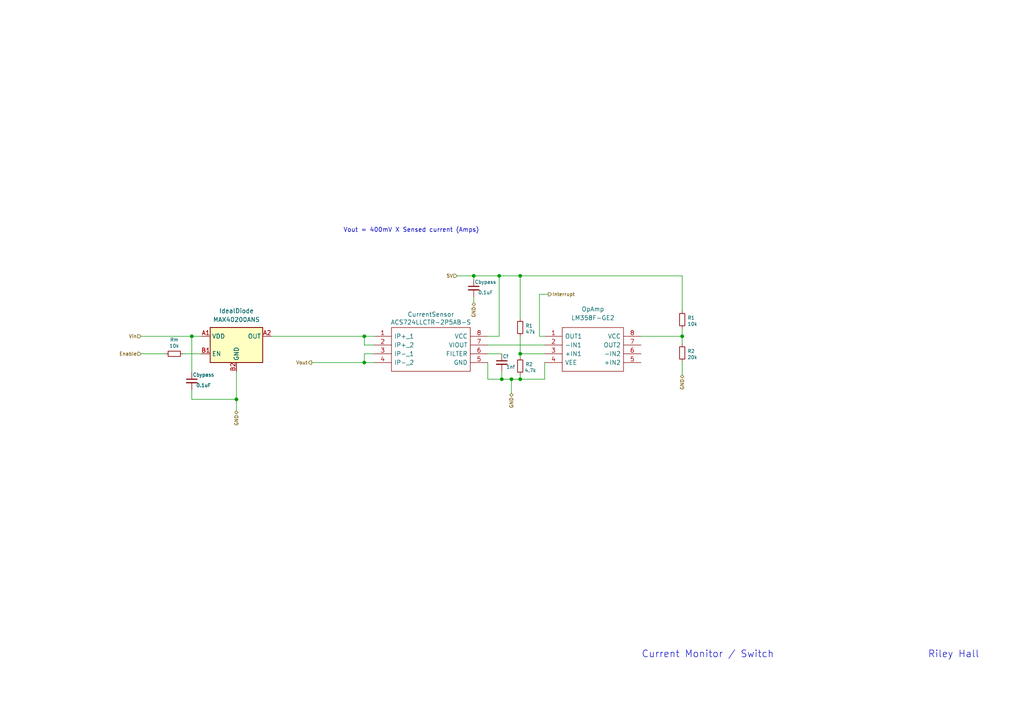
<source format=kicad_sch>
(kicad_sch (version 20211123) (generator eeschema)

  (uuid e7e7226a-fe3b-425c-bf5c-8905e0e3362f)

  (paper "A4")

  (lib_symbols
    (symbol "ACS712ELCTR-20A-T:ACS712ELCTR-05B-T" (pin_names (offset 0.762)) (in_bom yes) (on_board yes)
      (property "Reference" "IC" (id 0) (at 29.21 7.62 0)
        (effects (font (size 1.27 1.27)) (justify left))
      )
      (property "Value" "ACS712ELCTR-05B-T" (id 1) (at 29.21 5.08 0)
        (effects (font (size 1.27 1.27)) (justify left))
      )
      (property "Footprint" "SOIC127P600X175-8N" (id 2) (at 29.21 2.54 0)
        (effects (font (size 1.27 1.27)) (justify left) hide)
      )
      (property "Datasheet" "https://www.allegromicro.com/~/media/Files/Datasheets/ACS712-Datasheet.ashx" (id 3) (at 29.21 0 0)
        (effects (font (size 1.27 1.27)) (justify left) hide)
      )
      (property "Description" "SENSOR CURRENT HALL 5A AC/DC" (id 4) (at 29.21 -2.54 0)
        (effects (font (size 1.27 1.27)) (justify left) hide)
      )
      (property "Height" "1.75" (id 5) (at 29.21 -5.08 0)
        (effects (font (size 1.27 1.27)) (justify left) hide)
      )
      (property "Manufacturer_Name" "Sharp Microelectronics" (id 6) (at 29.21 -7.62 0)
        (effects (font (size 1.27 1.27)) (justify left) hide)
      )
      (property "Manufacturer_Part_Number" "ACS712ELCTR-05B-T" (id 7) (at 29.21 -10.16 0)
        (effects (font (size 1.27 1.27)) (justify left) hide)
      )
      (property "Mouser Part Number" "" (id 8) (at 29.21 -12.7 0)
        (effects (font (size 1.27 1.27)) (justify left) hide)
      )
      (property "Mouser Price/Stock" "" (id 9) (at 29.21 -15.24 0)
        (effects (font (size 1.27 1.27)) (justify left) hide)
      )
      (property "Arrow Part Number" "" (id 10) (at 29.21 -17.78 0)
        (effects (font (size 1.27 1.27)) (justify left) hide)
      )
      (property "Arrow Price/Stock" "" (id 11) (at 29.21 -20.32 0)
        (effects (font (size 1.27 1.27)) (justify left) hide)
      )
      (property "ki_description" "SENSOR CURRENT HALL 5A AC/DC" (id 12) (at 0 0 0)
        (effects (font (size 1.27 1.27)) hide)
      )
      (symbol "ACS712ELCTR-05B-T_0_0"
        (pin passive line (at 0 0 0) (length 5.08)
          (name "IP+_1" (effects (font (size 1.27 1.27))))
          (number "1" (effects (font (size 1.27 1.27))))
        )
        (pin passive line (at 0 -2.54 0) (length 5.08)
          (name "IP+_2" (effects (font (size 1.27 1.27))))
          (number "2" (effects (font (size 1.27 1.27))))
        )
        (pin passive line (at 0 -5.08 0) (length 5.08)
          (name "IP-_1" (effects (font (size 1.27 1.27))))
          (number "3" (effects (font (size 1.27 1.27))))
        )
        (pin passive line (at 0 -7.62 0) (length 5.08)
          (name "IP-_2" (effects (font (size 1.27 1.27))))
          (number "4" (effects (font (size 1.27 1.27))))
        )
        (pin passive line (at 33.02 -7.62 180) (length 5.08)
          (name "GND" (effects (font (size 1.27 1.27))))
          (number "5" (effects (font (size 1.27 1.27))))
        )
        (pin passive line (at 33.02 -5.08 180) (length 5.08)
          (name "FILTER" (effects (font (size 1.27 1.27))))
          (number "6" (effects (font (size 1.27 1.27))))
        )
        (pin passive line (at 33.02 -2.54 180) (length 5.08)
          (name "VIOUT" (effects (font (size 1.27 1.27))))
          (number "7" (effects (font (size 1.27 1.27))))
        )
        (pin passive line (at 33.02 0 180) (length 5.08)
          (name "VCC" (effects (font (size 1.27 1.27))))
          (number "8" (effects (font (size 1.27 1.27))))
        )
      )
      (symbol "ACS712ELCTR-05B-T_0_1"
        (polyline
          (pts
            (xy 5.08 2.54)
            (xy 27.94 2.54)
            (xy 27.94 -10.16)
            (xy 5.08 -10.16)
            (xy 5.08 2.54)
          )
          (stroke (width 0.1524) (type default) (color 0 0 0 0))
          (fill (type none))
        )
      )
    )
    (symbol "Analog_Switch:MAX40200ANS" (in_bom yes) (on_board yes)
      (property "Reference" "U" (id 0) (at -6.35 6.35 0)
        (effects (font (size 1.27 1.27)))
      )
      (property "Value" "MAX40200ANS" (id 1) (at 7.62 6.35 0)
        (effects (font (size 1.27 1.27)))
      )
      (property "Footprint" "Package_BGA:WLP-4_0.73x0.73mm_Layout2x2_P0.35mm_Ball0.22mm_Pad0.2mm_NSMD" (id 2) (at 0 10.16 0)
        (effects (font (size 1.27 1.27)) hide)
      )
      (property "Datasheet" "https://datasheets.maximintegrated.com/en/ds/MAX40200.pdf" (id 3) (at 0 10.16 0)
        (effects (font (size 1.27 1.27)) hide)
      )
      (property "ki_keywords" "current switch" (id 4) (at 0 0 0)
        (effects (font (size 1.27 1.27)) hide)
      )
      (property "ki_description" "Ideal Diode, Ultra-Low Voltage Drop, 1.5-5.5V, 1A, WLP-4" (id 5) (at 0 0 0)
        (effects (font (size 1.27 1.27)) hide)
      )
      (property "ki_fp_filters" "WLP*0.73x0.73mm*Layout2x2*P0.35mm*" (id 6) (at 0 0 0)
        (effects (font (size 1.27 1.27)) hide)
      )
      (symbol "MAX40200ANS_0_1"
        (rectangle (start -7.62 -5.08) (end 7.62 5.08)
          (stroke (width 0.254) (type default) (color 0 0 0 0))
          (fill (type background))
        )
      )
      (symbol "MAX40200ANS_1_1"
        (pin power_in line (at -10.16 2.54 0) (length 2.54)
          (name "VDD" (effects (font (size 1.27 1.27))))
          (number "A1" (effects (font (size 1.27 1.27))))
        )
        (pin passive line (at 10.16 2.54 180) (length 2.54)
          (name "OUT" (effects (font (size 1.27 1.27))))
          (number "A2" (effects (font (size 1.27 1.27))))
        )
        (pin input line (at -10.16 -2.54 0) (length 2.54)
          (name "EN" (effects (font (size 1.27 1.27))))
          (number "B1" (effects (font (size 1.27 1.27))))
        )
        (pin power_in line (at 0 -7.62 90) (length 2.54)
          (name "GND" (effects (font (size 1.27 1.27))))
          (number "B2" (effects (font (size 1.27 1.27))))
        )
      )
    )
    (symbol "Device:C_Small" (pin_numbers hide) (pin_names (offset 0.254) hide) (in_bom yes) (on_board yes)
      (property "Reference" "C" (id 0) (at 0.254 1.778 0)
        (effects (font (size 1.27 1.27)) (justify left))
      )
      (property "Value" "C_Small" (id 1) (at 0.254 -2.032 0)
        (effects (font (size 1.27 1.27)) (justify left))
      )
      (property "Footprint" "" (id 2) (at 0 0 0)
        (effects (font (size 1.27 1.27)) hide)
      )
      (property "Datasheet" "~" (id 3) (at 0 0 0)
        (effects (font (size 1.27 1.27)) hide)
      )
      (property "ki_keywords" "capacitor cap" (id 4) (at 0 0 0)
        (effects (font (size 1.27 1.27)) hide)
      )
      (property "ki_description" "Unpolarized capacitor, small symbol" (id 5) (at 0 0 0)
        (effects (font (size 1.27 1.27)) hide)
      )
      (property "ki_fp_filters" "C_*" (id 6) (at 0 0 0)
        (effects (font (size 1.27 1.27)) hide)
      )
      (symbol "C_Small_0_1"
        (polyline
          (pts
            (xy -1.524 -0.508)
            (xy 1.524 -0.508)
          )
          (stroke (width 0.3302) (type default) (color 0 0 0 0))
          (fill (type none))
        )
        (polyline
          (pts
            (xy -1.524 0.508)
            (xy 1.524 0.508)
          )
          (stroke (width 0.3048) (type default) (color 0 0 0 0))
          (fill (type none))
        )
      )
      (symbol "C_Small_1_1"
        (pin passive line (at 0 2.54 270) (length 2.032)
          (name "~" (effects (font (size 1.27 1.27))))
          (number "1" (effects (font (size 1.27 1.27))))
        )
        (pin passive line (at 0 -2.54 90) (length 2.032)
          (name "~" (effects (font (size 1.27 1.27))))
          (number "2" (effects (font (size 1.27 1.27))))
        )
      )
    )
    (symbol "Device:R_Small" (pin_numbers hide) (pin_names (offset 0.254) hide) (in_bom yes) (on_board yes)
      (property "Reference" "R" (id 0) (at 0.762 0.508 0)
        (effects (font (size 1.27 1.27)) (justify left))
      )
      (property "Value" "R_Small" (id 1) (at 0.762 -1.016 0)
        (effects (font (size 1.27 1.27)) (justify left))
      )
      (property "Footprint" "" (id 2) (at 0 0 0)
        (effects (font (size 1.27 1.27)) hide)
      )
      (property "Datasheet" "~" (id 3) (at 0 0 0)
        (effects (font (size 1.27 1.27)) hide)
      )
      (property "ki_keywords" "R resistor" (id 4) (at 0 0 0)
        (effects (font (size 1.27 1.27)) hide)
      )
      (property "ki_description" "Resistor, small symbol" (id 5) (at 0 0 0)
        (effects (font (size 1.27 1.27)) hide)
      )
      (property "ki_fp_filters" "R_*" (id 6) (at 0 0 0)
        (effects (font (size 1.27 1.27)) hide)
      )
      (symbol "R_Small_0_1"
        (rectangle (start -0.762 1.778) (end 0.762 -1.778)
          (stroke (width 0.2032) (type default) (color 0 0 0 0))
          (fill (type none))
        )
      )
      (symbol "R_Small_1_1"
        (pin passive line (at 0 2.54 270) (length 0.762)
          (name "~" (effects (font (size 1.27 1.27))))
          (number "1" (effects (font (size 1.27 1.27))))
        )
        (pin passive line (at 0 -2.54 90) (length 0.762)
          (name "~" (effects (font (size 1.27 1.27))))
          (number "2" (effects (font (size 1.27 1.27))))
        )
      )
    )
    (symbol "LM358F-GE2:LM358F-GE2" (pin_names (offset 0.762)) (in_bom yes) (on_board yes)
      (property "Reference" "IC" (id 0) (at 24.13 7.62 0)
        (effects (font (size 1.27 1.27)) (justify left))
      )
      (property "Value" "LM358F-GE2" (id 1) (at 24.13 5.08 0)
        (effects (font (size 1.27 1.27)) (justify left))
      )
      (property "Footprint" "SOIC127P620X171-8N" (id 2) (at 24.13 2.54 0)
        (effects (font (size 1.27 1.27)) (justify left) hide)
      )
      (property "Datasheet" "https://componentsearchengine.com/Datasheets/2/LM358F-GE2.pdf" (id 3) (at 24.13 0 0)
        (effects (font (size 1.27 1.27)) (justify left) hide)
      )
      (property "Description" "LM358F-GE2 ROHM, Op Amp, 800kHz, 36 V, 8-Pin SOP" (id 4) (at 24.13 -2.54 0)
        (effects (font (size 1.27 1.27)) (justify left) hide)
      )
      (property "Height" "1.71" (id 5) (at 24.13 -5.08 0)
        (effects (font (size 1.27 1.27)) (justify left) hide)
      )
      (property "Manufacturer_Name" "ROHM Semiconductor" (id 6) (at 24.13 -7.62 0)
        (effects (font (size 1.27 1.27)) (justify left) hide)
      )
      (property "Manufacturer_Part_Number" "LM358F-GE2" (id 7) (at 24.13 -10.16 0)
        (effects (font (size 1.27 1.27)) (justify left) hide)
      )
      (property "Mouser Part Number" "755-LM358F-GE2" (id 8) (at 24.13 -12.7 0)
        (effects (font (size 1.27 1.27)) (justify left) hide)
      )
      (property "Mouser Price/Stock" "https://www.mouser.co.uk/ProductDetail/ROHM-Semiconductor/LM358F-GE2?qs=4v%252BiZTmLVHGkumLF8qeRww%3D%3D" (id 9) (at 24.13 -15.24 0)
        (effects (font (size 1.27 1.27)) (justify left) hide)
      )
      (property "Arrow Part Number" "" (id 10) (at 24.13 -17.78 0)
        (effects (font (size 1.27 1.27)) (justify left) hide)
      )
      (property "Arrow Price/Stock" "" (id 11) (at 24.13 -20.32 0)
        (effects (font (size 1.27 1.27)) (justify left) hide)
      )
      (property "ki_description" "LM358F-GE2 ROHM, Op Amp, 800kHz, 36 V, 8-Pin SOP" (id 12) (at 0 0 0)
        (effects (font (size 1.27 1.27)) hide)
      )
      (symbol "LM358F-GE2_0_0"
        (pin passive line (at 0 0 0) (length 5.08)
          (name "OUT1" (effects (font (size 1.27 1.27))))
          (number "1" (effects (font (size 1.27 1.27))))
        )
        (pin passive line (at 0 -2.54 0) (length 5.08)
          (name "-IN1" (effects (font (size 1.27 1.27))))
          (number "2" (effects (font (size 1.27 1.27))))
        )
        (pin passive line (at 0 -5.08 0) (length 5.08)
          (name "+IN1" (effects (font (size 1.27 1.27))))
          (number "3" (effects (font (size 1.27 1.27))))
        )
        (pin passive line (at 0 -7.62 0) (length 5.08)
          (name "VEE" (effects (font (size 1.27 1.27))))
          (number "4" (effects (font (size 1.27 1.27))))
        )
        (pin passive line (at 27.94 -7.62 180) (length 5.08)
          (name "+IN2" (effects (font (size 1.27 1.27))))
          (number "5" (effects (font (size 1.27 1.27))))
        )
        (pin passive line (at 27.94 -5.08 180) (length 5.08)
          (name "-IN2" (effects (font (size 1.27 1.27))))
          (number "6" (effects (font (size 1.27 1.27))))
        )
        (pin passive line (at 27.94 -2.54 180) (length 5.08)
          (name "OUT2" (effects (font (size 1.27 1.27))))
          (number "7" (effects (font (size 1.27 1.27))))
        )
        (pin passive line (at 27.94 0 180) (length 5.08)
          (name "VCC" (effects (font (size 1.27 1.27))))
          (number "8" (effects (font (size 1.27 1.27))))
        )
      )
      (symbol "LM358F-GE2_0_1"
        (polyline
          (pts
            (xy 5.08 2.54)
            (xy 22.86 2.54)
            (xy 22.86 -10.16)
            (xy 5.08 -10.16)
            (xy 5.08 2.54)
          )
          (stroke (width 0.1524) (type default) (color 0 0 0 0))
          (fill (type none))
        )
      )
    )
  )

  (junction (at 144.78 80.01) (diameter 0) (color 0 0 0 0)
    (uuid 0fcd8100-8292-4245-a36d-f483fd569738)
  )
  (junction (at 150.876 80.01) (diameter 0) (color 0 0 0 0)
    (uuid 15219b65-f027-42c0-b8b9-642ca18ee122)
  )
  (junction (at 68.58 115.824) (diameter 0) (color 0 0 0 0)
    (uuid 2c7fc302-3146-47b9-b70e-962c86f034d7)
  )
  (junction (at 150.876 102.616) (diameter 0) (color 0 0 0 0)
    (uuid 473097aa-1b56-47ba-9382-7925fc16f9e9)
  )
  (junction (at 105.664 105.156) (diameter 0) (color 0 0 0 0)
    (uuid 5276101d-6663-42d6-a162-d180009ccbc8)
  )
  (junction (at 137.414 80.01) (diameter 0) (color 0 0 0 0)
    (uuid 7e6ff33d-54a9-4e84-8739-c449a7709c36)
  )
  (junction (at 197.866 97.536) (diameter 0) (color 0 0 0 0)
    (uuid 7f16c9f7-bad0-4917-a8a3-d905e3a1375e)
  )
  (junction (at 150.876 109.982) (diameter 0) (color 0 0 0 0)
    (uuid 8ec0fadb-96bf-4025-938c-8a731a5f08f5)
  )
  (junction (at 105.664 97.536) (diameter 0) (color 0 0 0 0)
    (uuid 8edd1625-a86d-4f10-8da8-34473ec2888d)
  )
  (junction (at 145.542 109.982) (diameter 0) (color 0 0 0 0)
    (uuid 92577c06-51ba-4eff-9043-5204f75c5c61)
  )
  (junction (at 55.626 97.536) (diameter 0) (color 0 0 0 0)
    (uuid ce606a89-ccab-44f6-a072-aa924789cc5a)
  )
  (junction (at 148.336 109.982) (diameter 0) (color 0 0 0 0)
    (uuid eb7a740e-1a74-4e62-8b18-2de30f2049c0)
  )

  (wire (pts (xy 90.424 105.156) (xy 105.664 105.156))
    (stroke (width 0) (type default) (color 0 0 0 0))
    (uuid 009a4f8c-8491-4ad9-af1b-d733f78a763b)
  )
  (wire (pts (xy 150.876 80.01) (xy 144.78 80.01))
    (stroke (width 0) (type default) (color 0 0 0 0))
    (uuid 01571cc3-63c7-40c2-b720-2a7a55cf8737)
  )
  (wire (pts (xy 53.086 102.616) (xy 58.42 102.616))
    (stroke (width 0) (type default) (color 0 0 0 0))
    (uuid 060c2c9b-06fc-4045-bd3e-7f30244caee4)
  )
  (wire (pts (xy 141.478 105.156) (xy 141.478 109.982))
    (stroke (width 0) (type default) (color 0 0 0 0))
    (uuid 0aee284a-0c9b-43a8-a282-6eae1ac59f98)
  )
  (wire (pts (xy 40.894 97.536) (xy 55.626 97.536))
    (stroke (width 0) (type default) (color 0 0 0 0))
    (uuid 0ec45130-9b14-4f76-ad67-68f4143b3360)
  )
  (wire (pts (xy 55.626 97.536) (xy 58.42 97.536))
    (stroke (width 0) (type default) (color 0 0 0 0))
    (uuid 13266ae4-fe07-4ac7-a317-f063a2dd3a8c)
  )
  (wire (pts (xy 141.478 97.536) (xy 144.78 97.536))
    (stroke (width 0) (type default) (color 0 0 0 0))
    (uuid 14a63258-4c10-4dd8-9b73-19d8cb83d0c8)
  )
  (wire (pts (xy 55.626 115.824) (xy 68.58 115.824))
    (stroke (width 0) (type default) (color 0 0 0 0))
    (uuid 177ee7e0-02db-41d7-9103-0a078520b46d)
  )
  (wire (pts (xy 197.866 95.25) (xy 197.866 97.536))
    (stroke (width 0) (type default) (color 0 0 0 0))
    (uuid 194808be-ecb2-43a7-9736-10849e616bc6)
  )
  (wire (pts (xy 150.876 80.01) (xy 150.876 92.456))
    (stroke (width 0) (type default) (color 0 0 0 0))
    (uuid 2b8aa593-6b52-4880-b688-ebe63830ecae)
  )
  (wire (pts (xy 132.588 80.01) (xy 137.414 80.01))
    (stroke (width 0) (type default) (color 0 0 0 0))
    (uuid 3b3425f1-2ce0-4788-99ce-4225c7d432b9)
  )
  (wire (pts (xy 157.988 109.982) (xy 150.876 109.982))
    (stroke (width 0) (type default) (color 0 0 0 0))
    (uuid 436a7aaa-75f5-4ea9-9222-e94b5c00550f)
  )
  (wire (pts (xy 40.894 102.616) (xy 48.006 102.616))
    (stroke (width 0) (type default) (color 0 0 0 0))
    (uuid 48bcabb4-cadd-42d9-a708-0a59ef0f8bf1)
  )
  (wire (pts (xy 144.78 80.01) (xy 144.78 97.536))
    (stroke (width 0) (type default) (color 0 0 0 0))
    (uuid 5101e49d-e8c7-4dce-8fee-61cfdbb18c05)
  )
  (wire (pts (xy 55.626 97.536) (xy 55.626 107.95))
    (stroke (width 0) (type default) (color 0 0 0 0))
    (uuid 5aaa1499-9c58-43b0-be07-254e6e450ced)
  )
  (wire (pts (xy 157.988 97.536) (xy 156.464 97.536))
    (stroke (width 0) (type default) (color 0 0 0 0))
    (uuid 5c3b3a93-698d-4222-a2aa-c18b27e50a17)
  )
  (wire (pts (xy 68.58 115.824) (xy 68.58 107.696))
    (stroke (width 0) (type default) (color 0 0 0 0))
    (uuid 5e11d86d-30c1-47d6-9a9b-23c247ec6e25)
  )
  (wire (pts (xy 197.866 80.01) (xy 197.866 90.17))
    (stroke (width 0) (type default) (color 0 0 0 0))
    (uuid 668516b7-d14b-49a7-a02e-ef21c08335b8)
  )
  (wire (pts (xy 145.542 109.982) (xy 145.542 107.696))
    (stroke (width 0) (type default) (color 0 0 0 0))
    (uuid 66e0f538-62fb-44f4-8e59-fde5bda1f32e)
  )
  (wire (pts (xy 197.866 97.536) (xy 197.866 99.822))
    (stroke (width 0) (type default) (color 0 0 0 0))
    (uuid 76a32112-e3dc-4c47-a062-f76f25427615)
  )
  (wire (pts (xy 148.336 109.982) (xy 148.336 114.046))
    (stroke (width 0) (type default) (color 0 0 0 0))
    (uuid 78b04c6f-09bc-46f5-87fe-0082574b0076)
  )
  (wire (pts (xy 156.464 97.536) (xy 156.464 85.344))
    (stroke (width 0) (type default) (color 0 0 0 0))
    (uuid 7e8fe710-3d5e-470a-8d68-eb7637dc96ad)
  )
  (wire (pts (xy 55.626 113.03) (xy 55.626 115.824))
    (stroke (width 0) (type default) (color 0 0 0 0))
    (uuid 7efcfc0c-fb6e-42ea-ae31-e9cf7443d18a)
  )
  (wire (pts (xy 105.664 105.156) (xy 108.458 105.156))
    (stroke (width 0) (type default) (color 0 0 0 0))
    (uuid 80f07f84-aa9d-4b64-927f-c6ff9bcff2e5)
  )
  (wire (pts (xy 105.664 97.536) (xy 108.458 97.536))
    (stroke (width 0) (type default) (color 0 0 0 0))
    (uuid 8b92ab1a-e50e-4c34-817c-074302cc369e)
  )
  (wire (pts (xy 157.988 102.616) (xy 150.876 102.616))
    (stroke (width 0) (type default) (color 0 0 0 0))
    (uuid 94baaebb-e1a4-466c-9cce-11070ba0f526)
  )
  (wire (pts (xy 137.414 86.106) (xy 137.414 87.757))
    (stroke (width 0) (type default) (color 0 0 0 0))
    (uuid 960265ab-404c-4444-9ecb-f54c747d98d1)
  )
  (wire (pts (xy 148.336 109.982) (xy 145.542 109.982))
    (stroke (width 0) (type default) (color 0 0 0 0))
    (uuid 9b9ffc8d-5628-4197-a40f-8c5938e1066d)
  )
  (wire (pts (xy 141.478 100.076) (xy 157.988 100.076))
    (stroke (width 0) (type default) (color 0 0 0 0))
    (uuid 9be5621c-af31-424c-987b-9376d1f46921)
  )
  (wire (pts (xy 156.464 85.344) (xy 159.004 85.344))
    (stroke (width 0) (type default) (color 0 0 0 0))
    (uuid a6d0648b-66fc-476e-8307-f89f4416bab4)
  )
  (wire (pts (xy 157.988 105.156) (xy 157.988 109.982))
    (stroke (width 0) (type default) (color 0 0 0 0))
    (uuid b54f4fc5-6295-4976-b513-35f1b0f21fed)
  )
  (wire (pts (xy 137.414 81.026) (xy 137.414 80.01))
    (stroke (width 0) (type default) (color 0 0 0 0))
    (uuid b9c905ab-296c-421d-83fa-5442281469e2)
  )
  (wire (pts (xy 141.478 109.982) (xy 145.542 109.982))
    (stroke (width 0) (type default) (color 0 0 0 0))
    (uuid bb9e84a5-9dfd-4707-b839-8e1d80089dd1)
  )
  (wire (pts (xy 78.74 97.536) (xy 105.664 97.536))
    (stroke (width 0) (type default) (color 0 0 0 0))
    (uuid bd825b9a-9252-4c50-b656-16b9569d3b42)
  )
  (wire (pts (xy 137.414 80.01) (xy 144.78 80.01))
    (stroke (width 0) (type default) (color 0 0 0 0))
    (uuid c2ea2eb4-3fee-4e10-b90f-9802f822762a)
  )
  (wire (pts (xy 105.664 102.616) (xy 105.664 105.156))
    (stroke (width 0) (type default) (color 0 0 0 0))
    (uuid c9298ed1-9196-46fe-bfb8-a809deaf0a41)
  )
  (wire (pts (xy 108.458 102.616) (xy 105.664 102.616))
    (stroke (width 0) (type default) (color 0 0 0 0))
    (uuid d4668b25-a4f8-4226-b038-58aa32564489)
  )
  (wire (pts (xy 141.478 102.616) (xy 145.542 102.616))
    (stroke (width 0) (type default) (color 0 0 0 0))
    (uuid d7b9c8ba-abc5-4c3a-801c-e0eb2cfb6384)
  )
  (wire (pts (xy 68.58 119.126) (xy 68.58 115.824))
    (stroke (width 0) (type default) (color 0 0 0 0))
    (uuid d89da7b5-049d-44d2-85df-73b01a7bfc6a)
  )
  (wire (pts (xy 197.866 80.01) (xy 150.876 80.01))
    (stroke (width 0) (type default) (color 0 0 0 0))
    (uuid e298c12e-1f54-432e-a80a-c91f1a9474d8)
  )
  (wire (pts (xy 105.664 100.076) (xy 105.664 97.536))
    (stroke (width 0) (type default) (color 0 0 0 0))
    (uuid e6c49874-82fa-49bb-a321-0b9d77e96a57)
  )
  (wire (pts (xy 150.876 102.616) (xy 150.876 103.632))
    (stroke (width 0) (type default) (color 0 0 0 0))
    (uuid e6c7007d-b6d4-4525-96fb-a2d35c3f9b00)
  )
  (wire (pts (xy 185.928 97.536) (xy 197.866 97.536))
    (stroke (width 0) (type default) (color 0 0 0 0))
    (uuid ef9ade40-b7c8-4781-a064-855d91f324bc)
  )
  (wire (pts (xy 150.876 108.712) (xy 150.876 109.982))
    (stroke (width 0) (type default) (color 0 0 0 0))
    (uuid f60aa078-2e6f-413c-96c6-56663453a89f)
  )
  (wire (pts (xy 197.866 104.902) (xy 197.866 108.712))
    (stroke (width 0) (type default) (color 0 0 0 0))
    (uuid fafc9535-02eb-4357-8fe8-2c319a472c28)
  )
  (wire (pts (xy 108.458 100.076) (xy 105.664 100.076))
    (stroke (width 0) (type default) (color 0 0 0 0))
    (uuid fcd220a8-3d99-4abb-8111-7542f93e6304)
  )
  (wire (pts (xy 150.876 97.536) (xy 150.876 102.616))
    (stroke (width 0) (type default) (color 0 0 0 0))
    (uuid fd20f6ad-2359-4149-8b91-02054dff5b38)
  )
  (wire (pts (xy 150.876 109.982) (xy 148.336 109.982))
    (stroke (width 0) (type default) (color 0 0 0 0))
    (uuid fe411dca-1db2-44f8-927a-6da6924373c5)
  )

  (text "Current Monitor / Switch" (at 186.055 191.008 0)
    (effects (font (size 2 2)) (justify left bottom))
    (uuid 186a1289-c925-40d4-980c-51c156b20bb0)
  )
  (text "Vout = 400mV X Sensed current (Amps)" (at 99.568 67.564 0)
    (effects (font (size 1.27 1.27)) (justify left bottom))
    (uuid c9e26333-c2b3-4c81-a9c4-79a50dedb647)
  )
  (text "Riley Hall" (at 269.113 191.008 0)
    (effects (font (size 2 2)) (justify left bottom))
    (uuid e01c7f6a-11ea-45f6-a820-284d838e0232)
  )

  (hierarchical_label "GND" (shape bidirectional) (at 197.866 108.712 270)
    (effects (font (size 1 1)) (justify right))
    (uuid 02acc35b-550b-4940-b48b-038f8cca467c)
  )
  (hierarchical_label "Vin" (shape input) (at 40.894 97.536 180)
    (effects (font (size 1 1)) (justify right))
    (uuid 07046f5e-86e0-4368-b1e9-0c984b088811)
  )
  (hierarchical_label "5V" (shape input) (at 132.588 80.01 180)
    (effects (font (size 1 1)) (justify right))
    (uuid 43244a71-764a-482e-a39d-807d00f5f156)
  )
  (hierarchical_label "Enable" (shape input) (at 40.894 102.616 180)
    (effects (font (size 1 1)) (justify right))
    (uuid 5ed284ed-73f9-45cd-80a9-e18159c966cf)
  )
  (hierarchical_label "Interrupt" (shape output) (at 159.004 85.344 0)
    (effects (font (size 1 1)) (justify left))
    (uuid 61639e1c-4f23-45cc-a9c5-f9a23461fd2d)
  )
  (hierarchical_label "Vout" (shape output) (at 90.424 105.156 180)
    (effects (font (size 1 1)) (justify right))
    (uuid 87bf470b-4996-4bbf-a00c-d282be24c1b4)
  )
  (hierarchical_label "GND" (shape bidirectional) (at 148.336 114.046 270)
    (effects (font (size 1 1)) (justify right))
    (uuid 9420f035-bb2c-460a-a41d-b230f0760003)
  )
  (hierarchical_label "GND" (shape bidirectional) (at 137.414 87.757 270)
    (effects (font (size 1 1)) (justify right))
    (uuid 9a356027-db08-4325-90ed-f802790e3fe4)
  )
  (hierarchical_label "GND" (shape bidirectional) (at 68.58 119.126 270)
    (effects (font (size 1 1)) (justify right))
    (uuid a9b066b4-6985-4ca1-a46f-3cedb5f79491)
  )

  (symbol (lib_id "ACS712ELCTR-20A-T:ACS712ELCTR-05B-T") (at 108.458 97.536 0) (unit 1)
    (in_bom yes) (on_board yes)
    (uuid 0cc8ebac-caaf-4bd7-bf58-2292906ed976)
    (property "Reference" "CurrentSensor" (id 0) (at 124.968 91.186 0))
    (property "Value" "ACS724LLCTR-2P5AB-S" (id 1) (at 124.968 93.472 0))
    (property "Footprint" "SOIC127P600X175-8N" (id 2) (at 137.668 94.996 0)
      (effects (font (size 1.27 1.27)) (justify left) hide)
    )
    (property "Datasheet" "https://www.allegromicro.com/~/media/Files/Datasheets/ACS712-Datasheet.ashx" (id 3) (at 137.668 97.536 0)
      (effects (font (size 1.27 1.27)) (justify left) hide)
    )
    (property "Description" "SENSOR CURRENT HALL 5A AC/DC" (id 4) (at 137.668 100.076 0)
      (effects (font (size 1.27 1.27)) (justify left) hide)
    )
    (property "Height" "1.75" (id 5) (at 137.668 102.616 0)
      (effects (font (size 1.27 1.27)) (justify left) hide)
    )
    (property "Manufacturer_Name" "Sharp Microelectronics" (id 6) (at 137.668 105.156 0)
      (effects (font (size 1.27 1.27)) (justify left) hide)
    )
    (property "Manufacturer_Part_Number" "ACS712ELCTR-05B-T" (id 7) (at 137.668 107.696 0)
      (effects (font (size 1.27 1.27)) (justify left) hide)
    )
    (property "Mouser Part Number" "" (id 8) (at 137.668 110.236 0)
      (effects (font (size 1.27 1.27)) (justify left) hide)
    )
    (property "Mouser Price/Stock" "" (id 9) (at 137.668 112.776 0)
      (effects (font (size 1.27 1.27)) (justify left) hide)
    )
    (property "Arrow Part Number" "" (id 10) (at 137.668 115.316 0)
      (effects (font (size 1.27 1.27)) (justify left) hide)
    )
    (property "Arrow Price/Stock" "" (id 11) (at 137.668 117.856 0)
      (effects (font (size 1.27 1.27)) (justify left) hide)
    )
    (pin "1" (uuid 61ada7d4-ae21-415d-902a-8285f5f2b950))
    (pin "2" (uuid ae94126d-1413-4cbb-bcd4-c64b9924a818))
    (pin "3" (uuid 2c3c6bb9-4df0-4d16-b1a3-2c4fa9969fa1))
    (pin "4" (uuid 3ff52eb7-2ff8-43fc-8303-bdfec5ec33d7))
    (pin "5" (uuid dcc679bc-501e-40de-b647-5ec68aa1fa2e))
    (pin "6" (uuid ca80883a-60bb-4f89-bd5e-48c662e2b6bb))
    (pin "7" (uuid afb5d5d5-4cbf-4e9c-a31f-9ad84729180c))
    (pin "8" (uuid afb742d3-d6cb-4487-8c41-26cc4375ffd1))
  )

  (symbol (lib_id "Device:R_Small") (at 150.876 106.172 0) (unit 1)
    (in_bom yes) (on_board yes)
    (uuid 1be15ac0-c57d-4290-888a-63575df07e79)
    (property "Reference" "R2" (id 0) (at 152.4 105.664 0)
      (effects (font (size 1 1)) (justify left))
    )
    (property "Value" "4.7k" (id 1) (at 152.146 107.442 0)
      (effects (font (size 1 1)) (justify left))
    )
    (property "Footprint" "" (id 2) (at 150.876 106.172 0)
      (effects (font (size 1.27 1.27)) hide)
    )
    (property "Datasheet" "~" (id 3) (at 150.876 106.172 0)
      (effects (font (size 1.27 1.27)) hide)
    )
    (pin "1" (uuid 6231866e-22ba-4938-b113-b263c0afcd27))
    (pin "2" (uuid 37f35169-a494-4249-ae1b-1c5c30866b55))
  )

  (symbol (lib_id "Device:R_Small") (at 197.866 102.362 0) (unit 1)
    (in_bom yes) (on_board yes)
    (uuid 620188d5-ed41-4dc4-85db-02baa5f5336e)
    (property "Reference" "R2" (id 0) (at 199.39 101.854 0)
      (effects (font (size 1 1)) (justify left))
    )
    (property "Value" "20k" (id 1) (at 199.39 103.632 0)
      (effects (font (size 1 1)) (justify left))
    )
    (property "Footprint" "" (id 2) (at 197.866 102.362 0)
      (effects (font (size 1.27 1.27)) hide)
    )
    (property "Datasheet" "~" (id 3) (at 197.866 102.362 0)
      (effects (font (size 1.27 1.27)) hide)
    )
    (pin "1" (uuid 93fd4c6f-5fb4-4a7b-a786-e873baca3d61))
    (pin "2" (uuid 3e31ec26-ca98-4bf6-b638-1be26a3c8540))
  )

  (symbol (lib_id "Device:C_Small") (at 55.626 110.49 0) (unit 1)
    (in_bom yes) (on_board yes)
    (uuid 66a107b5-5751-4a09-9c3a-e727666731a2)
    (property "Reference" "Cbypass" (id 0) (at 55.88 108.712 0)
      (effects (font (size 1 1)) (justify left))
    )
    (property "Value" "0.1uF" (id 1) (at 56.896 111.76 0)
      (effects (font (size 1 1)) (justify left))
    )
    (property "Footprint" "" (id 2) (at 55.626 110.49 0)
      (effects (font (size 1.27 1.27)) hide)
    )
    (property "Datasheet" "~" (id 3) (at 55.626 110.49 0)
      (effects (font (size 1.27 1.27)) hide)
    )
    (pin "1" (uuid dede4efa-c254-4835-9675-44a812dbbcb7))
    (pin "2" (uuid d7e7d6b6-18a8-4018-a64f-dfe434950a41))
  )

  (symbol (lib_id "Device:R_Small") (at 50.546 102.616 270) (unit 1)
    (in_bom yes) (on_board yes)
    (uuid 8644cd94-24f5-4c78-afa3-539794b7ddaf)
    (property "Reference" "Rm" (id 0) (at 50.546 98.552 90)
      (effects (font (size 1 1)))
    )
    (property "Value" "10k" (id 1) (at 50.546 100.33 90)
      (effects (font (size 1 1)))
    )
    (property "Footprint" "" (id 2) (at 50.546 102.616 0)
      (effects (font (size 1.27 1.27)) hide)
    )
    (property "Datasheet" "~" (id 3) (at 50.546 102.616 0)
      (effects (font (size 1.27 1.27)) hide)
    )
    (pin "1" (uuid cf7d1310-0ebd-47cc-9c9a-558f53eae662))
    (pin "2" (uuid 25a50fb1-8cd7-4877-b1f3-02be24287d0a))
  )

  (symbol (lib_id "Device:R_Small") (at 150.876 94.996 0) (unit 1)
    (in_bom yes) (on_board yes)
    (uuid 8abf23aa-e53b-4b7f-b80d-c209460d8dc7)
    (property "Reference" "R1" (id 0) (at 152.4 94.488 0)
      (effects (font (size 1 1)) (justify left))
    )
    (property "Value" "47k" (id 1) (at 152.4 96.266 0)
      (effects (font (size 1 1)) (justify left))
    )
    (property "Footprint" "" (id 2) (at 150.876 94.996 0)
      (effects (font (size 1.27 1.27)) hide)
    )
    (property "Datasheet" "~" (id 3) (at 150.876 94.996 0)
      (effects (font (size 1.27 1.27)) hide)
    )
    (pin "1" (uuid b2e80117-c102-4390-a6aa-fa515b2e08a2))
    (pin "2" (uuid 2bcb0b5c-9cca-4823-8962-3ba1ef35c77d))
  )

  (symbol (lib_id "LM358F-GE2:LM358F-GE2") (at 157.988 97.536 0) (unit 1)
    (in_bom yes) (on_board yes) (fields_autoplaced)
    (uuid 9cc4ef57-5bc0-4000-8762-dde9c89e4ae1)
    (property "Reference" "OpAmp" (id 0) (at 171.958 89.662 0))
    (property "Value" "LM358F-GE2" (id 1) (at 171.958 92.202 0))
    (property "Footprint" "SOIC127P620X171-8N" (id 2) (at 182.118 94.996 0)
      (effects (font (size 1.27 1.27)) (justify left) hide)
    )
    (property "Datasheet" "https://componentsearchengine.com/Datasheets/2/LM358F-GE2.pdf" (id 3) (at 182.118 97.536 0)
      (effects (font (size 1.27 1.27)) (justify left) hide)
    )
    (property "Description" "LM358F-GE2 ROHM, Op Amp, 800kHz, 36 V, 8-Pin SOP" (id 4) (at 182.118 100.076 0)
      (effects (font (size 1.27 1.27)) (justify left) hide)
    )
    (property "Height" "1.71" (id 5) (at 182.118 102.616 0)
      (effects (font (size 1.27 1.27)) (justify left) hide)
    )
    (property "Manufacturer_Name" "ROHM Semiconductor" (id 6) (at 182.118 105.156 0)
      (effects (font (size 1.27 1.27)) (justify left) hide)
    )
    (property "Manufacturer_Part_Number" "LM358F-GE2" (id 7) (at 182.118 107.696 0)
      (effects (font (size 1.27 1.27)) (justify left) hide)
    )
    (property "Mouser Part Number" "755-LM358F-GE2" (id 8) (at 182.118 110.236 0)
      (effects (font (size 1.27 1.27)) (justify left) hide)
    )
    (property "Mouser Price/Stock" "https://www.mouser.co.uk/ProductDetail/ROHM-Semiconductor/LM358F-GE2?qs=4v%252BiZTmLVHGkumLF8qeRww%3D%3D" (id 9) (at 182.118 112.776 0)
      (effects (font (size 1.27 1.27)) (justify left) hide)
    )
    (property "Arrow Part Number" "" (id 10) (at 182.118 115.316 0)
      (effects (font (size 1.27 1.27)) (justify left) hide)
    )
    (property "Arrow Price/Stock" "" (id 11) (at 182.118 117.856 0)
      (effects (font (size 1.27 1.27)) (justify left) hide)
    )
    (pin "1" (uuid 1886e70c-10c2-4f8b-a5cf-48439435a449))
    (pin "2" (uuid a66f502f-6ac2-45b7-90c9-13b328780aa8))
    (pin "3" (uuid a7a5635b-ac8e-4182-9cfc-fb7d4e5b6cc5))
    (pin "4" (uuid 94d0743e-318a-4c07-994c-f891b41713b8))
    (pin "5" (uuid 99551e3e-d272-4326-be4e-8d7eba008930))
    (pin "6" (uuid 9b5752b0-2c82-4bd2-8b62-5193680490ff))
    (pin "7" (uuid 819ae622-9f85-4762-a5ec-23a4b5c15b82))
    (pin "8" (uuid 3a5cc0c6-fa45-469c-9d6b-b8b153faf029))
  )

  (symbol (lib_id "Device:C_Small") (at 137.414 83.566 0) (unit 1)
    (in_bom yes) (on_board yes)
    (uuid 9fc4250d-e793-4d4f-aa7d-b088f6408e7c)
    (property "Reference" "Cbypass" (id 0) (at 137.668 81.788 0)
      (effects (font (size 1 1)) (justify left))
    )
    (property "Value" "0.1uF" (id 1) (at 138.684 84.836 0)
      (effects (font (size 1 1)) (justify left))
    )
    (property "Footprint" "" (id 2) (at 137.414 83.566 0)
      (effects (font (size 1.27 1.27)) hide)
    )
    (property "Datasheet" "~" (id 3) (at 137.414 83.566 0)
      (effects (font (size 1.27 1.27)) hide)
    )
    (pin "1" (uuid 1a11d520-a0ff-4a87-802d-f88f856ddc54))
    (pin "2" (uuid a99faac7-268c-434a-80c9-f0c325d07c7e))
  )

  (symbol (lib_id "Device:R_Small") (at 197.866 92.71 0) (unit 1)
    (in_bom yes) (on_board yes)
    (uuid b0a56ece-f190-4bf1-8e09-71a9035d4c33)
    (property "Reference" "R1" (id 0) (at 199.39 92.202 0)
      (effects (font (size 1 1)) (justify left))
    )
    (property "Value" "10k" (id 1) (at 199.39 93.98 0)
      (effects (font (size 1 1)) (justify left))
    )
    (property "Footprint" "" (id 2) (at 197.866 92.71 0)
      (effects (font (size 1.27 1.27)) hide)
    )
    (property "Datasheet" "~" (id 3) (at 197.866 92.71 0)
      (effects (font (size 1.27 1.27)) hide)
    )
    (pin "1" (uuid b45949ab-4ff6-4433-8702-6885f2268f4f))
    (pin "2" (uuid 7bb825a6-573e-4961-8f7e-0b9cc43cdcec))
  )

  (symbol (lib_id "Device:C_Small") (at 145.542 105.156 0) (unit 1)
    (in_bom yes) (on_board yes)
    (uuid beb770e7-165d-40c8-9f7b-feb1deb5e825)
    (property "Reference" "Cf" (id 0) (at 145.796 103.378 0)
      (effects (font (size 1 1)) (justify left))
    )
    (property "Value" "1nf" (id 1) (at 146.812 106.426 0)
      (effects (font (size 1 1)) (justify left))
    )
    (property "Footprint" "" (id 2) (at 145.542 105.156 0)
      (effects (font (size 1.27 1.27)) hide)
    )
    (property "Datasheet" "~" (id 3) (at 145.542 105.156 0)
      (effects (font (size 1.27 1.27)) hide)
    )
    (pin "1" (uuid 59941a19-66b1-446a-867c-6a3e83dbb7ea))
    (pin "2" (uuid 0efc8654-3024-41b1-aa6a-4198c2bc1557))
  )

  (symbol (lib_id "Analog_Switch:MAX40200ANS") (at 68.58 100.076 0) (unit 1)
    (in_bom yes) (on_board yes) (fields_autoplaced)
    (uuid cdf4c50c-c760-404c-bee5-f996e9c7b5d0)
    (property "Reference" "IdealDiode" (id 0) (at 68.58 90.17 0))
    (property "Value" "MAX40200ANS" (id 1) (at 68.58 92.71 0))
    (property "Footprint" "Package_BGA:WLP-4_0.73x0.73mm_Layout2x2_P0.35mm_Ball0.22mm_Pad0.2mm_NSMD" (id 2) (at 68.58 89.916 0)
      (effects (font (size 1.27 1.27)) hide)
    )
    (property "Datasheet" "https://datasheets.maximintegrated.com/en/ds/MAX40200.pdf" (id 3) (at 68.58 89.916 0)
      (effects (font (size 1.27 1.27)) hide)
    )
    (pin "A1" (uuid bb1eb4da-9da8-444b-b5fe-41f3e8dcd697))
    (pin "A2" (uuid 5a61788e-ee4b-4698-a71c-e0286bdbedc1))
    (pin "B1" (uuid f0693561-3200-4a0a-8eb3-bf5c0bd8af49))
    (pin "B2" (uuid 4fd2a377-2ab8-40f4-8c23-5380436779ef))
  )
)

</source>
